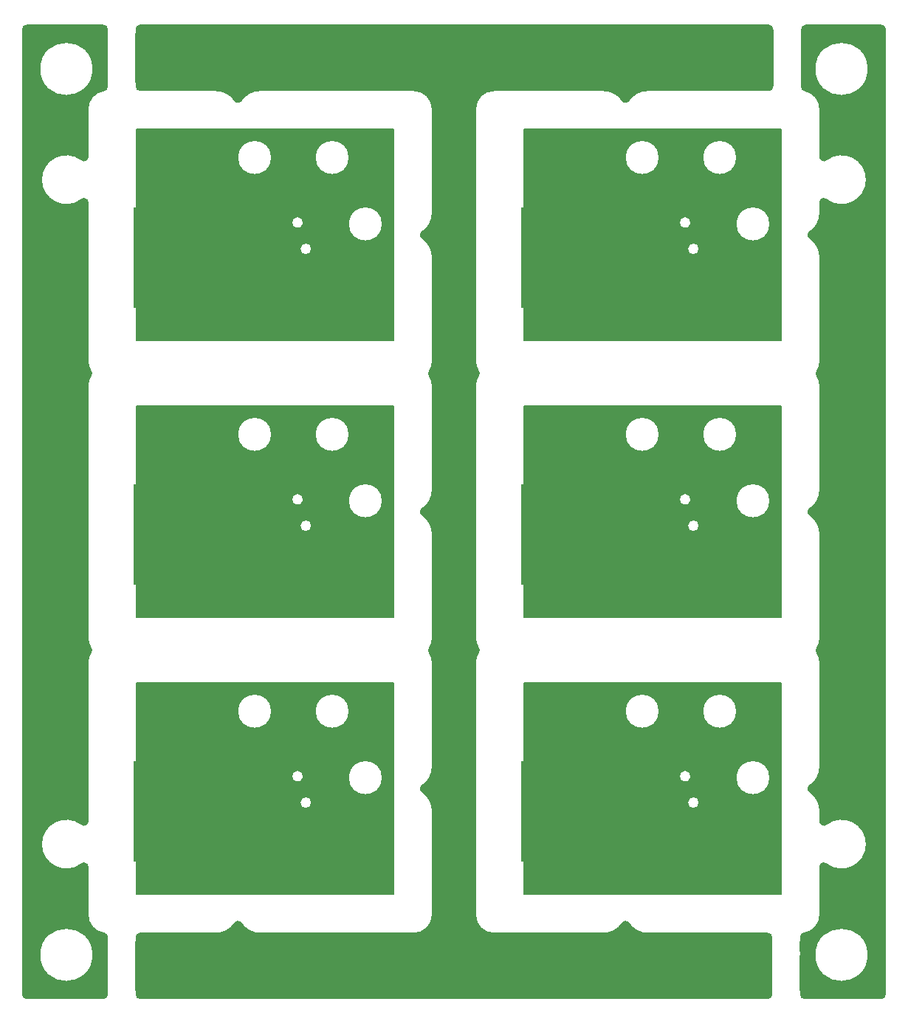
<source format=gbr>
*
%FSLAX26Y26*%
%MOIN*%
%ADD10C,0.020000*%
%ADD11C,0.125000*%
%ADD12C,0.024000*%
%ADD13C,0.004000*%
%IPPOS*%
%LNl2pp.gbr*%
%LPD*%
G75*
G36*
X550000Y670000D02*
Y937500D01*
X1307250D01*
G03X1355250Y937500I24000J0D01*
G01X1730000D01*
Y522500D01*
G02X1727500Y520000I-2500J0D01*
G01X567500D01*
G02X565000Y522500I0J2500D01*
G01Y670000D01*
X550000D01*
G37*
G36*
Y937500D02*
Y1056250D01*
X1269750D01*
G03X1316922Y1050000I24000J0D01*
G01X1525500D01*
G03X1674500Y1050000I74500J0D01*
G01X1730000D01*
Y937500D01*
X1355250D01*
G03X1307250Y937500I-24000J0D01*
G01X550000D01*
G37*
G36*
Y1056250D02*
Y1125000D01*
X565000D01*
Y1350000D01*
X1025500D01*
G03X1174500Y1350000I74500J0D01*
G01X1375500D01*
G03X1524500Y1350000I74500J0D01*
G01X1730000D01*
Y1050000D01*
X1674500D01*
G03X1525763Y1056250I-74500J0D01*
G01X1317750D01*
G03X1269750Y1056250I-24000J0D01*
G01X550000D01*
G37*
G36*
X565000Y1350000D02*
Y1477500D01*
G02X567500Y1480000I2500J0D01*
G01X1727500D01*
G02X1730000Y1477500I0J-2500D01*
G01Y1350000D01*
X1524500D01*
G03X1375500Y1350000I-74500J0D01*
G01X1174500D01*
G03X1025500Y1350000I-74500J0D01*
G01X565000D01*
G37*
G36*
X1316922Y1050000D02*
G03X1317750Y1056250I-23172J6250D01*
G01X1525763D01*
G03X1525500Y1050000I74237J-6250D01*
G01X1316922D01*
G37*
G36*
X566000Y1351000D02*
X1024500D01*
G02X1024500Y1349000I0J-1000D01*
G01X566000D01*
G02X566000Y1351000I0J1000D01*
G37*
G36*
X1175500D02*
G01X1374500D01*
G02X1374500Y1349000I0J-1000D01*
G01X1175500D01*
G02X1175500Y1351000I0J1000D01*
G37*
G36*
G01X1374500D01*
G02X1374500Y1349000I0J-1000D01*
G01X1175500D01*
G02X1175500Y1351000I0J1000D01*
G37*
G36*
X551000Y1057250D02*
G01X1268750D01*
G02X1268750Y1055250I0J-1000D01*
G01X551000D01*
G02X551000Y1057250I0J1000D01*
G37*
G36*
X1318750D02*
G01X1524759D01*
G02X1524759Y1055250I0J-1000D01*
G01X1318750D01*
G02X1318750Y1057250I0J1000D01*
G37*
G36*
X551000Y938500D02*
G01X1306250D01*
G02X1306250Y936500I0J-1000D01*
G01X551000D01*
G02X551000Y938500I0J1000D01*
G37*
G36*
X1356250D02*
G01X1729000D01*
G02X1729000Y936500I0J-1000D01*
G01X1356250D01*
G02X1356250Y938500I0J1000D01*
G37*
G36*
X1525500Y1351000D02*
G01X1729000D01*
G02X1729000Y1349000I0J-1000D01*
G01X1525500D01*
G02X1525500Y1351000I0J1000D01*
G37*
G36*
X1317956Y1051000D02*
G01X1524500D01*
G02X1524500Y1049000I0J-1000D01*
G01X1317956D01*
G02X1317956Y1051000I0J1000D01*
G37*
G36*
X1675500D02*
G01X1729000D01*
G02X1729000Y1049000I0J-1000D01*
G01X1675500D01*
G02X1675500Y1051000I0J1000D01*
G37*
G54D10*
X1675000Y762500D02*
G01Y855000D01*
X1700000Y880000D01*
Y985000D01*
X1175000Y1118750D02*
X1283750D01*
X1285000Y1120000D01*
Y1240000D01*
X1700000Y1160000D02*
Y1330000D01*
X1285000Y1240000D02*
Y1360000D01*
Y1460000D01*
X1700000Y1330000D02*
Y1460000D01*
X1285000D02*
X1395000D01*
X1520000D01*
X1700000D02*
X1520000D01*
G54D11*
X750000Y1350000D03*
G54D12*
X590000Y540000D03*
Y590000D03*
X715000Y540000D03*
X865000D03*
X1015000D03*
X1155000D03*
X1300000D03*
X1440000D03*
X1570000D03*
X1705000D03*
X587500Y662500D03*
X637500D03*
X693750D03*
X743750D03*
X1675000D03*
X781250Y693750D03*
X787500Y737500D03*
X775000Y775000D03*
X1675000Y762500D03*
X637500Y793750D03*
X587500D03*
X737500D03*
X687500D03*
X815000Y795000D03*
X880000D03*
X1035000D03*
X960000D03*
X1100000Y805000D03*
X1140000Y845000D03*
X1700000Y880000D03*
X1137500Y950000D03*
X1209500Y949000D03*
X1172500Y935000D03*
X1700000Y985000D03*
X595000Y1010000D03*
X705000D03*
X650000D03*
X815000Y1005000D03*
X765000Y1020000D03*
X785000Y1065000D03*
X915000Y1005000D03*
X870000D03*
X945000D03*
X1000000D03*
X1055000D03*
X1443750Y1075000D03*
X590000Y1130000D03*
X695000D03*
X640000D03*
X750000D03*
X920000Y1105000D03*
X1035000Y1120000D03*
X1137500Y1156250D03*
X1068750D03*
X1175000Y1118750D03*
X1285000Y1120000D03*
X1406250Y1118750D03*
X1700000Y1160000D03*
X590000Y1240000D03*
X920000Y1225000D03*
X1285000Y1240000D03*
X590000Y1355000D03*
X920000Y1340000D03*
X1285000Y1360000D03*
X1700000Y1330000D03*
X590000Y1455000D03*
X720000D03*
X845000D03*
X980000D03*
X1145000D03*
X1285000Y1460000D03*
X1395000D03*
X1520000D03*
X1700000D03*
%LPC*%
G75*
X1700000Y1460000D02*
G54D13*
X550000Y600000D02*
Y1400000D01*
%LPD*%
G75*
X550000Y1400000D02*
G36*
Y1920000D02*
Y2187500D01*
X1307250D01*
G03X1355250Y2187500I24000J0D01*
G01X1730000D01*
Y1772500D01*
G02X1727500Y1770000I-2500J0D01*
G01X567500D01*
G02X565000Y1772500I0J2500D01*
G01Y1920000D01*
X550000D01*
G37*
G36*
Y2187500D02*
Y2306250D01*
X1269750D01*
G03X1316922Y2300000I24000J0D01*
G01X1525500D01*
G03X1674500Y2300000I74500J0D01*
G01X1730000D01*
Y2187500D01*
X1355250D01*
G03X1307250Y2187500I-24000J0D01*
G01X550000D01*
G37*
G36*
Y2306250D02*
Y2375000D01*
X565000D01*
Y2600000D01*
X1025500D01*
G03X1174500Y2600000I74500J0D01*
G01X1375500D01*
G03X1524500Y2600000I74500J0D01*
G01X1730000D01*
Y2300000D01*
X1674500D01*
G03X1525763Y2306250I-74500J0D01*
G01X1317750D01*
G03X1269750Y2306250I-24000J0D01*
G01X550000D01*
G37*
G36*
X565000Y2600000D02*
Y2727500D01*
G02X567500Y2730000I2500J0D01*
G01X1727500D01*
G02X1730000Y2727500I0J-2500D01*
G01Y2600000D01*
X1524500D01*
G03X1375500Y2600000I-74500J0D01*
G01X1174500D01*
G03X1025500Y2600000I-74500J0D01*
G01X565000D01*
G37*
G36*
X1316922Y2300000D02*
G03X1317750Y2306250I-23172J6250D01*
G01X1525763D01*
G03X1525500Y2300000I74237J-6250D01*
G01X1316922D01*
G37*
G36*
X566000Y2601000D02*
X1024500D01*
G02X1024500Y2599000I0J-1000D01*
G01X566000D01*
G02X566000Y2601000I0J1000D01*
G37*
G36*
X1175500D02*
G01X1374500D01*
G02X1374500Y2599000I0J-1000D01*
G01X1175500D01*
G02X1175500Y2601000I0J1000D01*
G37*
G36*
G01X1374500D01*
G02X1374500Y2599000I0J-1000D01*
G01X1175500D01*
G02X1175500Y2601000I0J1000D01*
G37*
G36*
X551000Y2307250D02*
G01X1268750D01*
G02X1268750Y2305250I0J-1000D01*
G01X551000D01*
G02X551000Y2307250I0J1000D01*
G37*
G36*
X1318750D02*
G01X1524759D01*
G02X1524759Y2305250I0J-1000D01*
G01X1318750D01*
G02X1318750Y2307250I0J1000D01*
G37*
G36*
X551000Y2188500D02*
G01X1306250D01*
G02X1306250Y2186500I0J-1000D01*
G01X551000D01*
G02X551000Y2188500I0J1000D01*
G37*
G36*
X1356250D02*
G01X1729000D01*
G02X1729000Y2186500I0J-1000D01*
G01X1356250D01*
G02X1356250Y2188500I0J1000D01*
G37*
G36*
X1525500Y2601000D02*
G01X1729000D01*
G02X1729000Y2599000I0J-1000D01*
G01X1525500D01*
G02X1525500Y2601000I0J1000D01*
G37*
G36*
X1317956Y2301000D02*
G01X1524500D01*
G02X1524500Y2299000I0J-1000D01*
G01X1317956D01*
G02X1317956Y2301000I0J1000D01*
G37*
G36*
X1675500D02*
G01X1729000D01*
G02X1729000Y2299000I0J-1000D01*
G01X1675500D01*
G02X1675500Y2301000I0J1000D01*
G37*
G54D10*
X1675000Y2012500D02*
G01Y2105000D01*
X1700000Y2130000D01*
Y2235000D01*
X1175000Y2368750D02*
X1283750D01*
X1285000Y2370000D01*
Y2490000D01*
X1700000Y2410000D02*
Y2580000D01*
X1285000Y2490000D02*
Y2610000D01*
Y2710000D01*
X1700000Y2580000D02*
Y2710000D01*
X1285000D02*
X1395000D01*
X1520000D01*
X1700000D02*
X1520000D01*
G54D11*
X750000Y2600000D03*
G54D12*
X590000Y1790000D03*
Y1840000D03*
X715000Y1790000D03*
X865000D03*
X1015000D03*
X1155000D03*
X1300000D03*
X1440000D03*
X1570000D03*
X1705000D03*
X587500Y1912500D03*
X637500D03*
X693750D03*
X743750D03*
X1675000D03*
X781250Y1943750D03*
X787500Y1987500D03*
X775000Y2025000D03*
X1675000Y2012500D03*
X637500Y2043750D03*
X587500D03*
X737500D03*
X687500D03*
X815000Y2045000D03*
X880000D03*
X1035000D03*
X960000D03*
X1100000Y2055000D03*
X1140000Y2095000D03*
X1700000Y2130000D03*
X1137500Y2200000D03*
X1209500Y2199000D03*
X1172500Y2185000D03*
X1700000Y2235000D03*
X595000Y2260000D03*
X705000D03*
X650000D03*
X815000Y2255000D03*
X765000Y2270000D03*
X785000Y2315000D03*
X915000Y2255000D03*
X870000D03*
X945000D03*
X1000000D03*
X1055000D03*
X1443750Y2325000D03*
X590000Y2380000D03*
X695000D03*
X640000D03*
X750000D03*
X920000Y2355000D03*
X1035000Y2370000D03*
X1137500Y2406250D03*
X1068750D03*
X1175000Y2368750D03*
X1285000Y2370000D03*
X1406250Y2368750D03*
X1700000Y2410000D03*
X590000Y2490000D03*
X920000Y2475000D03*
X1285000Y2490000D03*
X590000Y2605000D03*
X920000Y2590000D03*
X1285000Y2610000D03*
X1700000Y2580000D03*
X590000Y2705000D03*
X720000D03*
X845000D03*
X980000D03*
X1145000D03*
X1285000Y2710000D03*
X1395000D03*
X1520000D03*
X1700000D03*
%LPC*%
G75*
X1700000Y2710000D02*
G54D13*
X550000Y1850000D02*
Y2650000D01*
%LPD*%
G75*
X550000Y2650000D02*
G36*
Y3170000D02*
Y3437500D01*
X1307250D01*
G03X1355250Y3437500I24000J0D01*
G01X1730000D01*
Y3022500D01*
G02X1727500Y3020000I-2500J0D01*
G01X567500D01*
G02X565000Y3022500I0J2500D01*
G01Y3170000D01*
X550000D01*
G37*
G36*
Y3437500D02*
Y3556250D01*
X1269750D01*
G03X1316922Y3550000I24000J0D01*
G01X1525500D01*
G03X1674500Y3550000I74500J0D01*
G01X1730000D01*
Y3437500D01*
X1355250D01*
G03X1307250Y3437500I-24000J0D01*
G01X550000D01*
G37*
G36*
Y3556250D02*
Y3625000D01*
X565000D01*
Y3850000D01*
X1025500D01*
G03X1174500Y3850000I74500J0D01*
G01X1375500D01*
G03X1524500Y3850000I74500J0D01*
G01X1730000D01*
Y3550000D01*
X1674500D01*
G03X1525763Y3556250I-74500J0D01*
G01X1317750D01*
G03X1269750Y3556250I-24000J0D01*
G01X550000D01*
G37*
G36*
X565000Y3850000D02*
Y3977500D01*
G02X567500Y3980000I2500J0D01*
G01X1727500D01*
G02X1730000Y3977500I0J-2500D01*
G01Y3850000D01*
X1524500D01*
G03X1375500Y3850000I-74500J0D01*
G01X1174500D01*
G03X1025500Y3850000I-74500J0D01*
G01X565000D01*
G37*
G36*
X1316922Y3550000D02*
G03X1317750Y3556250I-23172J6250D01*
G01X1525763D01*
G03X1525500Y3550000I74237J-6250D01*
G01X1316922D01*
G37*
G36*
X566000Y3851000D02*
X1024500D01*
G02X1024500Y3849000I0J-1000D01*
G01X566000D01*
G02X566000Y3851000I0J1000D01*
G37*
G36*
X1175500D02*
G01X1374500D01*
G02X1374500Y3849000I0J-1000D01*
G01X1175500D01*
G02X1175500Y3851000I0J1000D01*
G37*
G36*
G01X1374500D01*
G02X1374500Y3849000I0J-1000D01*
G01X1175500D01*
G02X1175500Y3851000I0J1000D01*
G37*
G36*
X551000Y3557250D02*
G01X1268750D01*
G02X1268750Y3555250I0J-1000D01*
G01X551000D01*
G02X551000Y3557250I0J1000D01*
G37*
G36*
X1318750D02*
G01X1524759D01*
G02X1524759Y3555250I0J-1000D01*
G01X1318750D01*
G02X1318750Y3557250I0J1000D01*
G37*
G36*
X551000Y3438500D02*
G01X1306250D01*
G02X1306250Y3436500I0J-1000D01*
G01X551000D01*
G02X551000Y3438500I0J1000D01*
G37*
G36*
X1356250D02*
G01X1729000D01*
G02X1729000Y3436500I0J-1000D01*
G01X1356250D01*
G02X1356250Y3438500I0J1000D01*
G37*
G36*
X1525500Y3851000D02*
G01X1729000D01*
G02X1729000Y3849000I0J-1000D01*
G01X1525500D01*
G02X1525500Y3851000I0J1000D01*
G37*
G36*
X1317956Y3551000D02*
G01X1524500D01*
G02X1524500Y3549000I0J-1000D01*
G01X1317956D01*
G02X1317956Y3551000I0J1000D01*
G37*
G36*
X1675500D02*
G01X1729000D01*
G02X1729000Y3549000I0J-1000D01*
G01X1675500D01*
G02X1675500Y3551000I0J1000D01*
G37*
G54D10*
X1675000Y3262500D02*
G01Y3355000D01*
X1700000Y3380000D01*
Y3485000D01*
X1175000Y3618750D02*
X1283750D01*
X1285000Y3620000D01*
Y3740000D01*
X1700000Y3660000D02*
Y3830000D01*
X1285000Y3740000D02*
Y3860000D01*
Y3960000D01*
X1700000Y3830000D02*
Y3960000D01*
X1285000D02*
X1395000D01*
X1520000D01*
X1700000D02*
X1520000D01*
G54D11*
X750000Y3850000D03*
G54D12*
X590000Y3040000D03*
Y3090000D03*
X715000Y3040000D03*
X865000D03*
X1015000D03*
X1155000D03*
X1300000D03*
X1440000D03*
X1570000D03*
X1705000D03*
X587500Y3162500D03*
X637500D03*
X693750D03*
X743750D03*
X1675000D03*
X781250Y3193750D03*
X787500Y3237500D03*
X775000Y3275000D03*
X1675000Y3262500D03*
X637500Y3293750D03*
X587500D03*
X737500D03*
X687500D03*
X815000Y3295000D03*
X880000D03*
X1035000D03*
X960000D03*
X1100000Y3305000D03*
X1140000Y3345000D03*
X1700000Y3380000D03*
X1137500Y3450000D03*
X1209500Y3449000D03*
X1172500Y3435000D03*
X1700000Y3485000D03*
X595000Y3510000D03*
X705000D03*
X650000D03*
X815000Y3505000D03*
X765000Y3520000D03*
X785000Y3565000D03*
X915000Y3505000D03*
X870000D03*
X945000D03*
X1000000D03*
X1055000D03*
X1443750Y3575000D03*
X590000Y3630000D03*
X695000D03*
X640000D03*
X750000D03*
X920000Y3605000D03*
X1035000Y3620000D03*
X1137500Y3656250D03*
X1068750D03*
X1175000Y3618750D03*
X1285000Y3620000D03*
X1406250Y3618750D03*
X1700000Y3660000D03*
X590000Y3740000D03*
X920000Y3725000D03*
X1285000Y3740000D03*
X590000Y3855000D03*
X920000Y3840000D03*
X1285000Y3860000D03*
X1700000Y3830000D03*
X590000Y3955000D03*
X720000D03*
X845000D03*
X980000D03*
X1145000D03*
X1285000Y3960000D03*
X1395000D03*
X1520000D03*
X1700000D03*
%LPC*%
G75*
X1700000Y3960000D02*
G54D13*
X550000Y3100000D02*
Y3900000D01*
%LPD*%
G75*
X550000Y3900000D02*
G36*
X2300000Y670000D02*
Y937500D01*
X3057250D01*
G03X3105250Y937500I24000J0D01*
G01X3480000D01*
Y522500D01*
G02X3477500Y520000I-2500J0D01*
G01X2317500D01*
G02X2315000Y522500I0J2500D01*
G01Y670000D01*
X2300000D01*
G37*
G36*
Y937500D02*
Y1056250D01*
X3019750D01*
G03X3066922Y1050000I24000J0D01*
G01X3275500D01*
G03X3424500Y1050000I74500J0D01*
G01X3480000D01*
Y937500D01*
X3105250D01*
G03X3057250Y937500I-24000J0D01*
G01X2300000D01*
G37*
G36*
Y1056250D02*
Y1125000D01*
X2315000D01*
Y1350000D01*
X2775500D01*
G03X2924500Y1350000I74500J0D01*
G01X3125500D01*
G03X3274500Y1350000I74500J0D01*
G01X3480000D01*
Y1050000D01*
X3424500D01*
G03X3275763Y1056250I-74500J0D01*
G01X3067750D01*
G03X3019750Y1056250I-24000J0D01*
G01X2300000D01*
G37*
G36*
X2315000Y1350000D02*
Y1477500D01*
G02X2317500Y1480000I2500J0D01*
G01X3477500D01*
G02X3480000Y1477500I0J-2500D01*
G01Y1350000D01*
X3274500D01*
G03X3125500Y1350000I-74500J0D01*
G01X2924500D01*
G03X2775500Y1350000I-74500J0D01*
G01X2315000D01*
G37*
G36*
X3066922Y1050000D02*
G03X3067750Y1056250I-23172J6250D01*
G01X3275763D01*
G03X3275500Y1050000I74237J-6250D01*
G01X3066922D01*
G37*
G36*
X2316000Y1351000D02*
X2774500D01*
G02X2774500Y1349000I0J-1000D01*
G01X2316000D01*
G02X2316000Y1351000I0J1000D01*
G37*
G36*
X2925500D02*
G01X3124500D01*
G02X3124500Y1349000I0J-1000D01*
G01X2925500D01*
G02X2925500Y1351000I0J1000D01*
G37*
G36*
G01X3124500D01*
G02X3124500Y1349000I0J-1000D01*
G01X2925500D01*
G02X2925500Y1351000I0J1000D01*
G37*
G36*
X2301000Y1057250D02*
G01X3018750D01*
G02X3018750Y1055250I0J-1000D01*
G01X2301000D01*
G02X2301000Y1057250I0J1000D01*
G37*
G36*
X3068750D02*
G01X3274759D01*
G02X3274759Y1055250I0J-1000D01*
G01X3068750D01*
G02X3068750Y1057250I0J1000D01*
G37*
G36*
X2301000Y938500D02*
G01X3056250D01*
G02X3056250Y936500I0J-1000D01*
G01X2301000D01*
G02X2301000Y938500I0J1000D01*
G37*
G36*
X3106250D02*
G01X3479000D01*
G02X3479000Y936500I0J-1000D01*
G01X3106250D01*
G02X3106250Y938500I0J1000D01*
G37*
G36*
X3275500Y1351000D02*
G01X3479000D01*
G02X3479000Y1349000I0J-1000D01*
G01X3275500D01*
G02X3275500Y1351000I0J1000D01*
G37*
G36*
X3067956Y1051000D02*
G01X3274500D01*
G02X3274500Y1049000I0J-1000D01*
G01X3067956D01*
G02X3067956Y1051000I0J1000D01*
G37*
G36*
X3425500D02*
G01X3479000D01*
G02X3479000Y1049000I0J-1000D01*
G01X3425500D01*
G02X3425500Y1051000I0J1000D01*
G37*
G54D10*
X3425000Y762500D02*
G01Y855000D01*
X3450000Y880000D01*
Y985000D01*
X2925000Y1118750D02*
X3033750D01*
X3035000Y1120000D01*
Y1240000D01*
X3450000Y1160000D02*
Y1330000D01*
X3035000Y1240000D02*
Y1360000D01*
Y1460000D01*
X3450000Y1330000D02*
Y1460000D01*
X3035000D02*
X3145000D01*
X3270000D01*
X3450000D02*
X3270000D01*
G54D11*
X2500000Y1350000D03*
G54D12*
X2340000Y540000D03*
Y590000D03*
X2465000Y540000D03*
X2615000D03*
X2765000D03*
X2905000D03*
X3050000D03*
X3190000D03*
X3320000D03*
X3455000D03*
X2337500Y662500D03*
X2387500D03*
X2443750D03*
X2493750D03*
X3425000D03*
X2531250Y693750D03*
X2537500Y737500D03*
X2525000Y775000D03*
X3425000Y762500D03*
X2387500Y793750D03*
X2337500D03*
X2487500D03*
X2437500D03*
X2565000Y795000D03*
X2630000D03*
X2785000D03*
X2710000D03*
X2850000Y805000D03*
X2890000Y845000D03*
X3450000Y880000D03*
X2887500Y950000D03*
X2959500Y949000D03*
X2922500Y935000D03*
X3450000Y985000D03*
X2345000Y1010000D03*
X2455000D03*
X2400000D03*
X2565000Y1005000D03*
X2515000Y1020000D03*
X2535000Y1065000D03*
X2665000Y1005000D03*
X2620000D03*
X2695000D03*
X2750000D03*
X2805000D03*
X3193750Y1075000D03*
X2340000Y1130000D03*
X2445000D03*
X2390000D03*
X2500000D03*
X2670000Y1105000D03*
X2785000Y1120000D03*
X2887500Y1156250D03*
X2818750D03*
X2925000Y1118750D03*
X3035000Y1120000D03*
X3156250Y1118750D03*
X3450000Y1160000D03*
X2340000Y1240000D03*
X2670000Y1225000D03*
X3035000Y1240000D03*
X2340000Y1355000D03*
X2670000Y1340000D03*
X3035000Y1360000D03*
X3450000Y1330000D03*
X2340000Y1455000D03*
X2470000D03*
X2595000D03*
X2730000D03*
X2895000D03*
X3035000Y1460000D03*
X3145000D03*
X3270000D03*
X3450000D03*
%LPC*%
G75*
X3450000Y1460000D02*
G54D13*
X2300000Y600000D02*
Y1400000D01*
%LPD*%
G75*
X2300000Y1400000D02*
G36*
Y1920000D02*
Y2187500D01*
X3057250D01*
G03X3105250Y2187500I24000J0D01*
G01X3480000D01*
Y1772500D01*
G02X3477500Y1770000I-2500J0D01*
G01X2317500D01*
G02X2315000Y1772500I0J2500D01*
G01Y1920000D01*
X2300000D01*
G37*
G36*
Y2187500D02*
Y2306250D01*
X3019750D01*
G03X3066922Y2300000I24000J0D01*
G01X3275500D01*
G03X3424500Y2300000I74500J0D01*
G01X3480000D01*
Y2187500D01*
X3105250D01*
G03X3057250Y2187500I-24000J0D01*
G01X2300000D01*
G37*
G36*
Y2306250D02*
Y2375000D01*
X2315000D01*
Y2600000D01*
X2775500D01*
G03X2924500Y2600000I74500J0D01*
G01X3125500D01*
G03X3274500Y2600000I74500J0D01*
G01X3480000D01*
Y2300000D01*
X3424500D01*
G03X3275763Y2306250I-74500J0D01*
G01X3067750D01*
G03X3019750Y2306250I-24000J0D01*
G01X2300000D01*
G37*
G36*
X2315000Y2600000D02*
Y2727500D01*
G02X2317500Y2730000I2500J0D01*
G01X3477500D01*
G02X3480000Y2727500I0J-2500D01*
G01Y2600000D01*
X3274500D01*
G03X3125500Y2600000I-74500J0D01*
G01X2924500D01*
G03X2775500Y2600000I-74500J0D01*
G01X2315000D01*
G37*
G36*
X3066922Y2300000D02*
G03X3067750Y2306250I-23172J6250D01*
G01X3275763D01*
G03X3275500Y2300000I74237J-6250D01*
G01X3066922D01*
G37*
G36*
X2316000Y2601000D02*
X2774500D01*
G02X2774500Y2599000I0J-1000D01*
G01X2316000D01*
G02X2316000Y2601000I0J1000D01*
G37*
G36*
X2925500D02*
G01X3124500D01*
G02X3124500Y2599000I0J-1000D01*
G01X2925500D01*
G02X2925500Y2601000I0J1000D01*
G37*
G36*
G01X3124500D01*
G02X3124500Y2599000I0J-1000D01*
G01X2925500D01*
G02X2925500Y2601000I0J1000D01*
G37*
G36*
X2301000Y2307250D02*
G01X3018750D01*
G02X3018750Y2305250I0J-1000D01*
G01X2301000D01*
G02X2301000Y2307250I0J1000D01*
G37*
G36*
X3068750D02*
G01X3274759D01*
G02X3274759Y2305250I0J-1000D01*
G01X3068750D01*
G02X3068750Y2307250I0J1000D01*
G37*
G36*
X2301000Y2188500D02*
G01X3056250D01*
G02X3056250Y2186500I0J-1000D01*
G01X2301000D01*
G02X2301000Y2188500I0J1000D01*
G37*
G36*
X3106250D02*
G01X3479000D01*
G02X3479000Y2186500I0J-1000D01*
G01X3106250D01*
G02X3106250Y2188500I0J1000D01*
G37*
G36*
X3275500Y2601000D02*
G01X3479000D01*
G02X3479000Y2599000I0J-1000D01*
G01X3275500D01*
G02X3275500Y2601000I0J1000D01*
G37*
G36*
X3067956Y2301000D02*
G01X3274500D01*
G02X3274500Y2299000I0J-1000D01*
G01X3067956D01*
G02X3067956Y2301000I0J1000D01*
G37*
G36*
X3425500D02*
G01X3479000D01*
G02X3479000Y2299000I0J-1000D01*
G01X3425500D01*
G02X3425500Y2301000I0J1000D01*
G37*
G54D10*
X3425000Y2012500D02*
G01Y2105000D01*
X3450000Y2130000D01*
Y2235000D01*
X2925000Y2368750D02*
X3033750D01*
X3035000Y2370000D01*
Y2490000D01*
X3450000Y2410000D02*
Y2580000D01*
X3035000Y2490000D02*
Y2610000D01*
Y2710000D01*
X3450000Y2580000D02*
Y2710000D01*
X3035000D02*
X3145000D01*
X3270000D01*
X3450000D02*
X3270000D01*
G54D11*
X2500000Y2600000D03*
G54D12*
X2340000Y1790000D03*
Y1840000D03*
X2465000Y1790000D03*
X2615000D03*
X2765000D03*
X2905000D03*
X3050000D03*
X3190000D03*
X3320000D03*
X3455000D03*
X2337500Y1912500D03*
X2387500D03*
X2443750D03*
X2493750D03*
X3425000D03*
X2531250Y1943750D03*
X2537500Y1987500D03*
X2525000Y2025000D03*
X3425000Y2012500D03*
X2387500Y2043750D03*
X2337500D03*
X2487500D03*
X2437500D03*
X2565000Y2045000D03*
X2630000D03*
X2785000D03*
X2710000D03*
X2850000Y2055000D03*
X2890000Y2095000D03*
X3450000Y2130000D03*
X2887500Y2200000D03*
X2959500Y2199000D03*
X2922500Y2185000D03*
X3450000Y2235000D03*
X2345000Y2260000D03*
X2455000D03*
X2400000D03*
X2565000Y2255000D03*
X2515000Y2270000D03*
X2535000Y2315000D03*
X2665000Y2255000D03*
X2620000D03*
X2695000D03*
X2750000D03*
X2805000D03*
X3193750Y2325000D03*
X2340000Y2380000D03*
X2445000D03*
X2390000D03*
X2500000D03*
X2670000Y2355000D03*
X2785000Y2370000D03*
X2887500Y2406250D03*
X2818750D03*
X2925000Y2368750D03*
X3035000Y2370000D03*
X3156250Y2368750D03*
X3450000Y2410000D03*
X2340000Y2490000D03*
X2670000Y2475000D03*
X3035000Y2490000D03*
X2340000Y2605000D03*
X2670000Y2590000D03*
X3035000Y2610000D03*
X3450000Y2580000D03*
X2340000Y2705000D03*
X2470000D03*
X2595000D03*
X2730000D03*
X2895000D03*
X3035000Y2710000D03*
X3145000D03*
X3270000D03*
X3450000D03*
%LPC*%
G75*
X3450000Y2710000D02*
G54D13*
X2300000Y1850000D02*
Y2650000D01*
%LPD*%
G75*
X2300000Y2650000D02*
G36*
Y3170000D02*
Y3437500D01*
X3057250D01*
G03X3105250Y3437500I24000J0D01*
G01X3480000D01*
Y3022500D01*
G02X3477500Y3020000I-2500J0D01*
G01X2317500D01*
G02X2315000Y3022500I0J2500D01*
G01Y3170000D01*
X2300000D01*
G37*
G36*
Y3437500D02*
Y3556250D01*
X3019750D01*
G03X3066922Y3550000I24000J0D01*
G01X3275500D01*
G03X3424500Y3550000I74500J0D01*
G01X3480000D01*
Y3437500D01*
X3105250D01*
G03X3057250Y3437500I-24000J0D01*
G01X2300000D01*
G37*
G36*
Y3556250D02*
Y3625000D01*
X2315000D01*
Y3850000D01*
X2775500D01*
G03X2924500Y3850000I74500J0D01*
G01X3125500D01*
G03X3274500Y3850000I74500J0D01*
G01X3480000D01*
Y3550000D01*
X3424500D01*
G03X3275763Y3556250I-74500J0D01*
G01X3067750D01*
G03X3019750Y3556250I-24000J0D01*
G01X2300000D01*
G37*
G36*
X2315000Y3850000D02*
Y3977500D01*
G02X2317500Y3980000I2500J0D01*
G01X3477500D01*
G02X3480000Y3977500I0J-2500D01*
G01Y3850000D01*
X3274500D01*
G03X3125500Y3850000I-74500J0D01*
G01X2924500D01*
G03X2775500Y3850000I-74500J0D01*
G01X2315000D01*
G37*
G36*
X3066922Y3550000D02*
G03X3067750Y3556250I-23172J6250D01*
G01X3275763D01*
G03X3275500Y3550000I74237J-6250D01*
G01X3066922D01*
G37*
G36*
X2316000Y3851000D02*
X2774500D01*
G02X2774500Y3849000I0J-1000D01*
G01X2316000D01*
G02X2316000Y3851000I0J1000D01*
G37*
G36*
X2925500D02*
G01X3124500D01*
G02X3124500Y3849000I0J-1000D01*
G01X2925500D01*
G02X2925500Y3851000I0J1000D01*
G37*
G36*
G01X3124500D01*
G02X3124500Y3849000I0J-1000D01*
G01X2925500D01*
G02X2925500Y3851000I0J1000D01*
G37*
G36*
X2301000Y3557250D02*
G01X3018750D01*
G02X3018750Y3555250I0J-1000D01*
G01X2301000D01*
G02X2301000Y3557250I0J1000D01*
G37*
G36*
X3068750D02*
G01X3274759D01*
G02X3274759Y3555250I0J-1000D01*
G01X3068750D01*
G02X3068750Y3557250I0J1000D01*
G37*
G36*
X2301000Y3438500D02*
G01X3056250D01*
G02X3056250Y3436500I0J-1000D01*
G01X2301000D01*
G02X2301000Y3438500I0J1000D01*
G37*
G36*
X3106250D02*
G01X3479000D01*
G02X3479000Y3436500I0J-1000D01*
G01X3106250D01*
G02X3106250Y3438500I0J1000D01*
G37*
G36*
X3275500Y3851000D02*
G01X3479000D01*
G02X3479000Y3849000I0J-1000D01*
G01X3275500D01*
G02X3275500Y3851000I0J1000D01*
G37*
G36*
X3067956Y3551000D02*
G01X3274500D01*
G02X3274500Y3549000I0J-1000D01*
G01X3067956D01*
G02X3067956Y3551000I0J1000D01*
G37*
G36*
X3425500D02*
G01X3479000D01*
G02X3479000Y3549000I0J-1000D01*
G01X3425500D01*
G02X3425500Y3551000I0J1000D01*
G37*
G54D10*
X3425000Y3262500D02*
G01Y3355000D01*
X3450000Y3380000D01*
Y3485000D01*
X2925000Y3618750D02*
X3033750D01*
X3035000Y3620000D01*
Y3740000D01*
X3450000Y3660000D02*
Y3830000D01*
X3035000Y3740000D02*
Y3860000D01*
Y3960000D01*
X3450000Y3830000D02*
Y3960000D01*
X3035000D02*
X3145000D01*
X3270000D01*
X3450000D02*
X3270000D01*
G54D11*
X2500000Y3850000D03*
G54D12*
X2340000Y3040000D03*
Y3090000D03*
X2465000Y3040000D03*
X2615000D03*
X2765000D03*
X2905000D03*
X3050000D03*
X3190000D03*
X3320000D03*
X3455000D03*
X2337500Y3162500D03*
X2387500D03*
X2443750D03*
X2493750D03*
X3425000D03*
X2531250Y3193750D03*
X2537500Y3237500D03*
X2525000Y3275000D03*
X3425000Y3262500D03*
X2387500Y3293750D03*
X2337500D03*
X2487500D03*
X2437500D03*
X2565000Y3295000D03*
X2630000D03*
X2785000D03*
X2710000D03*
X2850000Y3305000D03*
X2890000Y3345000D03*
X3450000Y3380000D03*
X2887500Y3450000D03*
X2959500Y3449000D03*
X2922500Y3435000D03*
X3450000Y3485000D03*
X2345000Y3510000D03*
X2455000D03*
X2400000D03*
X2565000Y3505000D03*
X2515000Y3520000D03*
X2535000Y3565000D03*
X2665000Y3505000D03*
X2620000D03*
X2695000D03*
X2750000D03*
X2805000D03*
X3193750Y3575000D03*
X2340000Y3630000D03*
X2445000D03*
X2390000D03*
X2500000D03*
X2670000Y3605000D03*
X2785000Y3620000D03*
X2887500Y3656250D03*
X2818750D03*
X2925000Y3618750D03*
X3035000Y3620000D03*
X3156250Y3618750D03*
X3450000Y3660000D03*
X2340000Y3740000D03*
X2670000Y3725000D03*
X3035000Y3740000D03*
X2340000Y3855000D03*
X2670000Y3840000D03*
X3035000Y3860000D03*
X3450000Y3830000D03*
X2340000Y3955000D03*
X2470000D03*
X2595000D03*
X2730000D03*
X2895000D03*
X3035000Y3960000D03*
X3145000D03*
X3270000D03*
X3450000D03*
%LPC*%
G75*
X3450000Y3960000D02*
G54D13*
X2300000Y3100000D02*
Y3900000D01*
%LPD*%
G75*
X2300000Y3900000D02*
G36*
X50000Y70000D02*
Y250000D01*
X132500D01*
G03X367500Y250000I117500J0D01*
G01X437799D01*
G03X438042Y248592I62201J10000D01*
G02X438026Y241322I-19675J-3592D01*
G03X438042Y218592I61974J-11322D01*
G02X438026Y211322I-19675J-3592D01*
G03X438042Y188592I61974J-11322D01*
G02X438026Y181322I-19675J-3592D01*
G03X438042Y158592I61974J-11322D01*
G02X438026Y151322I-19675J-3592D01*
G03X438039Y128604I61974J-11322D01*
G02X438035Y121372I-19673J-3603D01*
G03X438046Y98570I61965J-11372D01*
G02X438030Y91347I-19679J-3570D01*
G03X437466Y72351I61970J-11347D01*
G02X417612Y50000I-19861J-2350D01*
G01X69971Y50000D01*
G02X50000Y70000I29J20000D01*
G37*
G36*
Y250000D02*
G01Y4250000D01*
X132500D01*
G03X367500Y4250000I117500J0D01*
G01X437799D01*
G03X438042Y4228591I62201J-10001D01*
G02X438026Y4221321I-19675J-3592D01*
G03X438042Y4198591I61974J-11322D01*
G02X438026Y4191321I-19675J-3592D01*
G03X437556Y4171650I61974J-11322D01*
G02X420357Y4149298I-19840J-2527D01*
G03X350000Y4069000I10643J-80298D01*
G01Y3852448D01*
G02X317719Y3836684I-20000J22D01*
G03X317767Y3663353I-67719J-86684D01*
G02X350000Y3647552I12233J-15823D01*
G01Y2931030D01*
G03X363591Y2886089I81000J-30D01*
G02X363591Y2863911I-16644J-11089D01*
G03X350000Y2819000I67409J-44911D01*
G01Y1681030D01*
G03X363591Y1636089I81000J-30D01*
G02X363591Y1613911I-16644J-11089D01*
G03X350000Y1569000I67409J-44911D01*
G01Y852448D01*
G02X317719Y836684I-20000J22D01*
G03X317767Y663353I-67719J-86684D01*
G02X350000Y647552I12233J-15823D01*
G01Y431000D01*
G03X420424Y350693I81000J0D01*
G02X437546Y328277I-2709J-19816D01*
G03X438042Y308592I62454J-8277D01*
G02X438026Y301322I-19675J-3592D01*
G03X438042Y278592I61974J-11322D01*
G02X438026Y271322I-19675J-3592D01*
G03X437799Y250000I61974J-11322D01*
G01X367500D01*
G03X132500Y250000I-117500J0D01*
G01X50000D01*
G37*
G36*
Y4250000D02*
Y4430000D01*
G02X69971Y4450000I20000J0D01*
G01X417612Y4450000D01*
G02X437460Y4427601I-7J-20000D01*
G03X438042Y4408591I62540J-7601D01*
G02X438035Y4401371I-19675J-3592D01*
G03X438046Y4378567I61965J-11371D01*
G02X438027Y4371328I-19679J-3567D01*
G03X438042Y4348591I61973J-11328D01*
G02X438026Y4341321I-19675J-3592D01*
G03X438042Y4318591I61974J-11322D01*
G02X438026Y4311321I-19675J-3592D01*
G03X438042Y4288591I61974J-11322D01*
G02X438026Y4281321I-19675J-3592D01*
G03X438042Y4258591I61974J-11322D01*
G02X438026Y4251321I-19675J-3592D01*
G03X437799Y4250000I61974J-11322D01*
G01X367500D01*
G03X132500Y4250000I-117500J0D01*
G01X50000D01*
G37*
G36*
X51000Y251000D02*
X131500D01*
G02X131500Y249000I0J-1000D01*
G01X51000D01*
G02X51000Y251000I0J1000D01*
G37*
G36*
X368500D02*
G01X436786D01*
G02X436786Y249000I0J-1000D01*
G01X368500D01*
G02X368500Y251000I0J1000D01*
G37*
G36*
X51000Y4251000D02*
G01X131500D01*
G02X131500Y4249000I0J-1000D01*
G01X51000D01*
G02X51000Y4251000I0J1000D01*
G37*
G36*
X368500D02*
G01X436786D01*
G02X436786Y4249000I0J-1000D01*
G01X368500D01*
G02X368500Y4251000I0J1000D01*
G37*
G36*
X561969Y4198650D02*
G03X561958Y4221408I-61969J11350D01*
G02X561974Y4228678I19675J3592D01*
G03X561958Y4251408I-61974J11322D01*
G02X561974Y4258678I19675J3592D01*
G03X561958Y4281408I-61974J11322D01*
G02X561974Y4288678I19675J3592D01*
G03X561958Y4311408I-61974J11322D01*
G02X561974Y4318678I19675J3592D01*
G03X561958Y4341408I-61974J11322D01*
G02X561974Y4348678I19675J3592D01*
G03X561961Y4371396I-61974J11322D01*
G02X561965Y4378628I19673J3603D01*
G03X561954Y4401430I-61965J11372D01*
G02X561970Y4408653I19679J3570D01*
G03X562534Y4427649I-61970J11347D01*
G02X582366Y4450000I19861J2350D01*
G01X3422530D01*
G02X3442357Y4427601I-29J-20000D01*
G03X3442938Y4408591I62540J-7601D01*
G02X3442931Y4401371I-19675J-3592D01*
G03X3442943Y4378567I61965J-11371D01*
G02X3442923Y4371328I-19679J-3567D01*
G03X3442938Y4348591I61973J-11328D01*
G02X3442922Y4341321I-19675J-3592D01*
G03X3442938Y4318591I61974J-11322D01*
G02X3442922Y4311321I-19675J-3592D01*
G03X3442938Y4288591I61974J-11322D01*
G02X3442922Y4281321I-19675J-3592D01*
G03X3442938Y4258591I61974J-11322D01*
G02X3442922Y4251321I-19675J-3592D01*
G03X3442938Y4228591I61974J-11322D01*
G02X3442922Y4221321I-19675J-3592D01*
G03X3442936Y4198603I61974J-11322D01*
G02X3442931Y4191371I-19673J-3603D01*
G03X3442363Y4172351I61965J-11372D01*
G02X3422520Y4150000I-19861J-2351D01*
G01X2875000D01*
G03X2791667Y4105277I-0J-100000D01*
G02X2758333Y4105277I-16667J11055D01*
G03X2675000Y4150000I-83333J-55277D01*
G01X2181000D01*
G03X2100000Y4069000I0J-81000D01*
G01Y2931000D01*
G03X2113591Y2886089I81000J-0D01*
G02X2113591Y2863911I-16644J-11089D01*
G03X2100000Y2819000I67409J-44911D01*
G01Y1681000D01*
G03X2113591Y1636089I81000J-0D01*
G02X2113591Y1613911I-16644J-11089D01*
G03X2100000Y1569000I67409J-44911D01*
G01Y431000D01*
G03X2181000Y350000I81000J0D01*
G01X2675000D01*
G03X2758333Y394723I0J100000D01*
G02X2791667Y394723I16667J-11055D01*
G03X2875000Y350000I83333J55277D01*
G01X3417624D01*
G02X3437459Y327593I-19J-20000D01*
G03X3438046Y308568I62541J-7593D01*
G02X3438027Y301328I-19679J-3567D01*
G03X3438042Y278592I61973J-11328D01*
G02X3438026Y271322I-19675J-3592D01*
G03X3438042Y248592I61974J-11322D01*
G02X3438026Y241322I-19675J-3592D01*
G03X3438042Y218592I61974J-11322D01*
G02X3438026Y211322I-19675J-3592D01*
G03X3438042Y188592I61974J-11322D01*
G02X3438026Y181322I-19675J-3592D01*
G03X3438042Y158592I61974J-11322D01*
G02X3438026Y151322I-19675J-3592D01*
G03X3438039Y128604I61974J-11322D01*
G02X3438035Y121372I-19673J-3603D01*
G03X3438046Y98570I61965J-11372D01*
G02X3438030Y91347I-19679J-3570D01*
G03X3437466Y72351I61970J-11347D01*
G02X3417634Y50000I-19861J-2350D01*
G01X582366D01*
G02X562540Y72399I29J20000D01*
G03X561958Y91409I-62540J7601D01*
G02X561965Y98629I19675J3592D01*
G03X561954Y121433I-61965J11371D01*
G02X561973Y128672I19679J3567D01*
G03X561958Y151409I-61973J11328D01*
G02X561974Y158679I19675J3592D01*
G03X561958Y181409I-61974J11322D01*
G02X561974Y188679I19675J3592D01*
G03X561958Y211409I-61974J11322D01*
G02X561974Y218679I19675J3592D01*
G03X561958Y241409I-61974J11322D01*
G02X561974Y248679I19675J3592D01*
G03X561958Y271409I-61974J11322D01*
G02X561974Y278679I19675J3592D01*
G03X561961Y301397I-61974J11322D01*
G02X561965Y308629I19673J3603D01*
G03X562534Y327649I-61965J11372D01*
G02X582376Y350000I19861J2351D01*
G01X925000D01*
G03X1008333Y394723I0J100000D01*
G02X1041667Y394723I16667J-11055D01*
G03X1125000Y350000I83333J55277D01*
G01X1819000D01*
G03X1900000Y431000I0J81000D01*
G01Y900000D01*
G03X1855277Y983333I-100000J0D01*
G02X1855277Y1016667I11055J16667D01*
G03X1900000Y1100000I-55277J83333D01*
G01Y1569000D01*
G03X1886409Y1613911I-81000J0D01*
G02X1886409Y1636089I16644J11089D01*
G03X1900000Y1681000I-67410J44911D01*
G01Y2150000D01*
G03X1855277Y2233333I-100000J0D01*
G02X1855277Y2266667I11055J16667D01*
G03X1900000Y2350000I-55277J83333D01*
G01Y2819000D01*
G03X1886409Y2863911I-81000J0D01*
G02X1886409Y2886089I16644J11089D01*
G03X1900000Y2931000I-67410J44911D01*
G01Y3400000D01*
G03X1855277Y3483333I-100000J0D01*
G02X1855277Y3516667I11055J16667D01*
G03X1900000Y3600000I-55277J83333D01*
G01Y4069000D01*
G03X1819000Y4150000I-81000J0D01*
G01X1125000D01*
G03X1041667Y4105277I-0J-100000D01*
G02X1008333Y4105277I-16667J11055D01*
G03X925000Y4150000I-83333J-55277D01*
G01X582376D01*
G02X562541Y4172407I19J20000D01*
G03X561957Y4191415I-62541J7593D01*
G02X561969Y4198650I19676J3585D01*
G37*
G36*
X3561633Y155001D02*
G02X3561974Y158679I20000J0D01*
G03X3561958Y181409I-61974J11322D01*
G02X3561974Y188679I19675J3592D01*
G03X3561958Y211409I-61974J11322D01*
G02X3561974Y218679I19675J3592D01*
G03X3561958Y241409I-61974J11322D01*
G02X3561974Y248679I19675J3592D01*
G03X3562201Y250000I-61974J11322D01*
G01X3632500D01*
G03X3867500Y250000I117500J0D01*
G01X3950000D01*
Y70000D01*
G02X3930029Y50000I-20000J0D01*
G01X3582388Y50000D01*
G02X3562540Y72399I7J20000D01*
G03X3561958Y91409I-62540J7601D01*
G02X3561965Y98629I19675J3592D01*
G03X3561957Y121415I-61965J11371D01*
G02X3561973Y128672I19676J3585D01*
G03X3561958Y151409I-61973J11328D01*
G02X3561633Y155001I19675J3592D01*
G37*
G36*
Y275001D02*
G02X3561974Y278679I20000J0D01*
G03X3561958Y301409I-61974J11322D01*
G02X3561974Y308679I19675J3592D01*
G03X3562444Y328350I-61974J11322D01*
G02X3579643Y350702I19840J2527D01*
G03X3650000Y431000I-10643J80298D01*
G01Y647552D01*
G02X3682281Y663316I20000J-22D01*
G03X3682233Y836647I67719J86684D01*
G02X3650000Y852448I-12233J15823D01*
G01Y900000D01*
G03X3605277Y983333I-100000J0D01*
G02X3605277Y1016667I11055J16667D01*
G03X3650000Y1100000I-55277J83333D01*
G01Y1569000D01*
G03X3636409Y1613911I-81000J0D01*
G02X3636409Y1636089I16644J11089D01*
G03X3650000Y1681000I-67410J44911D01*
G01Y2150000D01*
G03X3605277Y2233333I-100000J0D01*
G02X3605277Y2266667I11055J16667D01*
G03X3650000Y2350000I-55277J83333D01*
G01Y2819000D01*
G03X3636409Y2863911I-81000J0D01*
G02X3636409Y2886089I16644J11089D01*
G03X3650000Y2931000I-67410J44911D01*
G01Y3400000D01*
G03X3605277Y3483333I-100000J0D01*
G02X3605277Y3516667I11055J16667D01*
G03X3650000Y3600000I-55277J83333D01*
G01Y3647552D01*
G02X3682281Y3663316I20000J-22D01*
G03X3682233Y3836647I67719J86684D01*
G02X3650000Y3852448I-12233J15823D01*
G01Y4069000D01*
G03X3583498Y4148699I-81004J4D01*
G02X3567286Y4171249I3580J19677D01*
G03X3566855Y4191408I-62389J8750D01*
G02X3566871Y4198678I19675J3592D01*
G03X3566855Y4221408I-61974J11322D01*
G02X3566871Y4228678I19675J3592D01*
G03X3567098Y4250000I-61974J11322D01*
G01X3632500D01*
G03X3867500Y4250000I117500J0D01*
G01X3950000D01*
Y250000D01*
X3867500D01*
G03X3632500Y250000I-117500J0D01*
G01X3562201D01*
G03X3561958Y271409I-62201J10001D01*
G02X3561633Y275001I19675J3592D01*
G37*
G36*
X3566530Y4255000D02*
G02X3566871Y4258678I20000J0D01*
G03X3566855Y4281408I-61974J11322D01*
G02X3566871Y4288678I19675J3592D01*
G03X3566855Y4311408I-61974J11322D01*
G02X3566871Y4318678I19675J3592D01*
G03X3566855Y4341408I-61974J11322D01*
G02X3566871Y4348678I19675J3592D01*
G03X3566857Y4371396I-61974J11322D01*
G02X3566862Y4378628I19673J3603D01*
G03X3566851Y4401430I-61965J11372D01*
G02X3566866Y4408653I19679J3570D01*
G03X3567430Y4427649I-61970J11347D01*
G02X3587286Y4450000I19861J2350D01*
G01X3930029Y4450000D01*
G02X3950000Y4430000I-29J-20000D01*
G01Y4250000D01*
X3867500D01*
G03X3632500Y4250000I-117500J0D01*
G01X3567098D01*
G03X3566855Y4251408I-62201J-10000D01*
G02X3566530Y4255000I19675J3592D01*
G37*
G36*
X3563214Y251000D02*
G01X3631500D01*
G02X3631500Y249000I0J-1000D01*
G01X3563214D01*
G02X3563214Y251000I0J1000D01*
G37*
G36*
X3868500D02*
G01X3949000D01*
G02X3949000Y249000I0J-1000D01*
G01X3868500D01*
G02X3868500Y251000I0J1000D01*
G37*
G36*
X3568110Y4251000D02*
G01X3631500D01*
G02X3631500Y4249000I0J-1000D01*
G01X3568110D01*
G02X3568110Y4251000I0J1000D01*
G37*
G36*
X3868500D02*
G01X3949000D01*
G02X3949000Y4249000I0J-1000D01*
G01X3868500D01*
G02X3868500Y4251000I0J1000D01*
G37*
M02*

</source>
